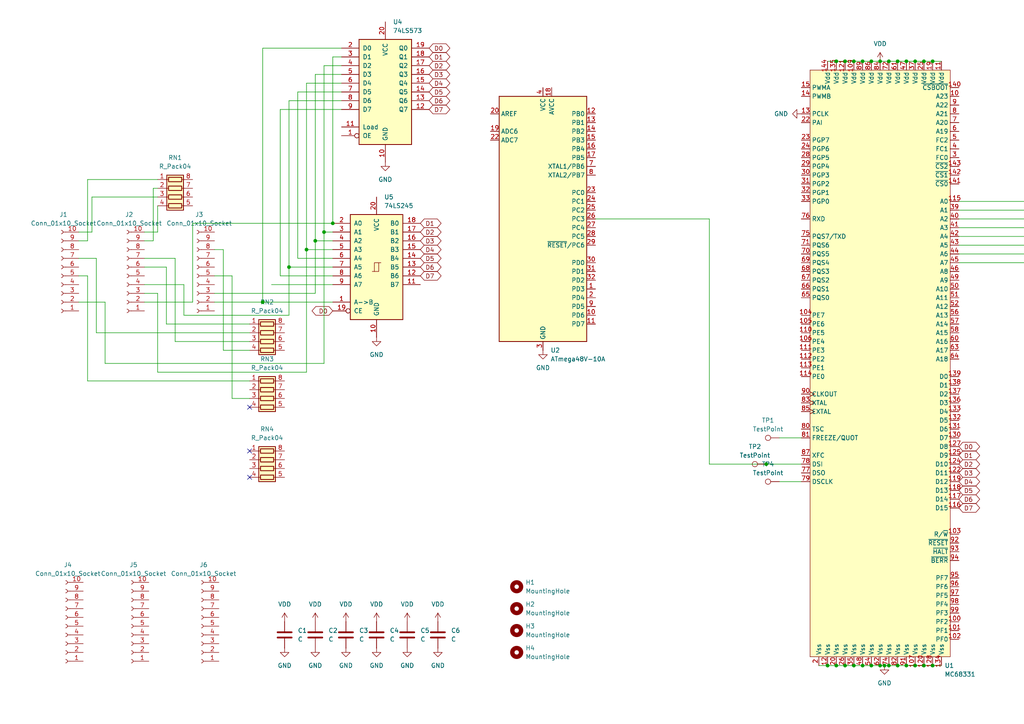
<source format=kicad_sch>
(kicad_sch (version 20231120) (generator "eeschema") (generator_version "8.0")
  (paper "A4")
  (lib_symbols
    (symbol "74xx:74LS245" (pin_names (offset 1.016))
      (property "Reference" "U" (at -7.62 16.51 0))
      (property "Value" "74LS245" (at -7.62 -16.51 0))
      (symbol "74LS245_1_0"
        (polyline (pts (xy -0.635 -1.27) (xy -0.635 1.27) (xy 0.635 1.27)))
        (polyline (pts (xy -1.27 -1.27) (xy 0.635 -1.27) (xy 0.635 1.27) (xy 1.27 1.27)))
        (pin input line (at -12.7 -10.16 0) (length 5.08) (name "A->B") (number "1"))
        (pin power_in line (at 0 -20.32 90) (length 5.08) (name "GND") (number "10"))
        (pin tri_state line (at 12.7 -5.08 180) (length 5.08) (name "B7") (number "11"))
        (pin tri_state line (at 12.7 -2.54 180) (length 5.08) (name "B6") (number "12"))
        (pin tri_state line (at 12.7 0 180) (length 5.08) (name "B5") (number "13"))
        (pin tri_state line (at 12.7 2.54 180) (length 5.08) (name "B4") (number "14"))
        (pin tri_state line (at 12.7 5.08 180) (length 5.08) (name "B3") (number "15"))
        (pin tri_state line (at 12.7 7.62 180) (length 5.08) (name "B2") (number "16"))
        (pin tri_state line (at 12.7 10.16 180) (length 5.08) (name "B1") (number "17"))
        (pin tri_state line (at 12.7 12.7 180) (length 5.08) (name "B0") (number "18"))
        (pin input inverted (at -12.7 -12.7 0) (length 5.08) (name "CE") (number "19"))
        (pin tri_state line (at -12.7 12.7 0) (length 5.08) (name "A0") (number "2"))
        (pin power_in line (at 0 20.32 270) (length 5.08) (name "VCC") (number "20"))
        (pin tri_state line (at -12.7 10.16 0) (length 5.08) (name "A1") (number "3"))
        (pin tri_state line (at -12.7 7.62 0) (length 5.08) (name "A2") (number "4"))
        (pin tri_state line (at -12.7 5.08 0) (length 5.08) (name "A3") (number "5"))
        (pin tri_state line (at -12.7 2.54 0) (length 5.08) (name "A4") (number "6"))
        (pin tri_state line (at -12.7 0 0) (length 5.08) (name "A5") (number "7"))
        (pin tri_state line (at -12.7 -2.54 0) (length 5.08) (name "A6") (number "8"))
        (pin tri_state line (at -12.7 -5.08 0) (length 5.08) (name "A7") (number "9"))
      )
      (symbol "74LS245_1_1"
        (rectangle (start -7.62 15.24) (end 7.62 -15.24) (stroke (width 0.254)) (fill (type background)))
      )
    )
    (symbol "74xx:74LS573" (pin_names (offset 1.016))
      (property "Reference" "U" (at -7.62 16.51 0))
      (property "Value" "74LS573" (at -7.62 -16.51 0))
      (symbol "74LS573_1_0"
        (pin input inverted (at -12.7 -12.7 0) (length 5.08) (name "OE") (number "1"))
        (pin power_in line (at 0 -20.32 90) (length 5.08) (name "GND") (number "10"))
        (pin input line (at -12.7 -10.16 0) (length 5.08) (name "Load") (number "11"))
        (pin tri_state line (at 12.7 -5.08 180) (length 5.08) (name "Q7") (number "12"))
        (pin tri_state line (at 12.7 -2.54 180) (length 5.08) (name "Q6") (number "13"))
        (pin tri_state line (at 12.7 0 180) (length 5.08) (name "Q5") (number "14"))
        (pin tri_state line (at 12.7 2.54 180) (length 5.08) (name "Q4") (number "15"))
        (pin tri_state line (at 12.7 5.08 180) (length 5.08) (name "Q3") (number "16"))
        (pin tri_state line (at 12.7 7.62 180) (length 5.08) (name "Q2") (number "17"))
        (pin tri_state line (at 12.7 10.16 180) (length 5.08) (name "Q1") (number "18"))
        (pin tri_state line (at 12.7 12.7 180) (length 5.08) (name "Q0") (number "19"))
        (pin input line (at -12.7 12.7 0) (length 5.08) (name "D0") (number "2"))
        (pin power_in line (at 0 20.32 270) (length 5.08) (name "VCC") (number "20"))
        (pin input line (at -12.7 10.16 0) (length 5.08) (name "D1") (number "3"))
        (pin input line (at -12.7 7.62 0) (length 5.08) (name "D2") (number "4"))
        (pin input line (at -12.7 5.08 0) (length 5.08) (name "D3") (number "5"))
        (pin input line (at -12.7 2.54 0) (length 5.08) (name "D4") (number "6"))
        (pin input line (at -12.7 0 0) (length 5.08) (name "D5") (number "7"))
        (pin input line (at -12.7 -2.54 0) (length 5.08) (name "D6") (number "8"))
        (pin input line (at -12.7 -5.08 0) (length 5.08) (name "D7") (number "9"))
      )
      (symbol "74LS573_1_1"
        (rectangle (start -7.62 15.24) (end 7.62 -15.24) (stroke (width 0.254)) (fill (type background)))
      )
    )
    (symbol "Connector:Conn_01x10_Socket" (pin_names (offset 1.016) hide)
      (property "Reference" "J" (at 0 12.7 0))
      (property "Value" "Conn_01x10_Socket" (at 0 -15.24 0))
      (symbol "Conn_01x10_Socket_1_1"
        (arc (start 0 -12.192) (mid -0.5058 -12.7) (end 0 -13.208) (stroke (width 0.1524)))
        (arc (start 0 -9.652) (mid -0.5058 -10.16) (end 0 -10.668) (stroke (width 0.1524)))
        (arc (start 0 -7.112) (mid -0.5058 -7.62) (end 0 -8.128) (stroke (width 0.1524)))
        (arc (start 0 -4.572) (mid -0.5058 -5.08) (end 0 -5.588) (stroke (width 0.1524)))
        (arc (start 0 -2.032) (mid -0.5058 -2.54) (end 0 -3.048) (stroke (width 0.1524)))
        (polyline (pts (xy -1.27 -12.7) (xy -0.508 -12.7)) (stroke (width 0.1524)))
        (polyline (pts (xy -1.27 -10.16) (xy -0.508 -10.16)) (stroke (width 0.1524)))
        (polyline (pts (xy -1.27 -7.62) (xy -0.508 -7.62)) (stroke (width 0.1524)))
        (polyline (pts (xy -1.27 -5.08) (xy -0.508 -5.08)) (stroke (width 0.1524)))
        (polyline (pts (xy -1.27 -2.54) (xy -0.508 -2.54)) (stroke (width 0.1524)))
        (polyline (pts (xy -1.27 0) (xy -0.508 0)) (stroke (width 0.1524)))
        (polyline (pts (xy -1.27 2.54) (xy -0.508 2.54)) (stroke (width 0.1524)))
        (polyline (pts (xy -1.27 5.08) (xy -0.508 5.08)) (stroke (width 0.1524)))
        (polyline (pts (xy -1.27 7.62) (xy -0.508 7.62)) (stroke (width 0.1524)))
        (polyline (pts (xy -1.27 10.16) (xy -0.508 10.16)) (stroke (width 0.1524)))
        (arc (start 0 0.508) (mid -0.5058 0) (end 0 -0.508) (stroke (width 0.1524)))
        (arc (start 0 3.048) (mid -0.5058 2.54) (end 0 2.032) (stroke (width 0.1524)))
        (arc (start 0 5.588) (mid -0.5058 5.08) (end 0 4.572) (stroke (width 0.1524)))
        (arc (start 0 8.128) (mid -0.5058 7.62) (end 0 7.112) (stroke (width 0.1524)))
        (arc (start 0 10.668) (mid -0.5058 10.16) (end 0 9.652) (stroke (width 0.1524)))
        (pin passive line (at -5.08 10.16 0) (length 3.81) (name "Pin_1") (number "1"))
        (pin passive line (at -5.08 -12.7 0) (length 3.81) (name "Pin_10") (number "10"))
        (pin passive line (at -5.08 7.62 0) (length 3.81) (name "Pin_2") (number "2"))
        (pin passive line (at -5.08 5.08 0) (length 3.81) (name "Pin_3") (number "3"))
        (pin passive line (at -5.08 2.54 0) (length 3.81) (name "Pin_4") (number "4"))
        (pin passive line (at -5.08 0 0) (length 3.81) (name "Pin_5") (number "5"))
        (pin passive line (at -5.08 -2.54 0) (length 3.81) (name "Pin_6") (number "6"))
        (pin passive line (at -5.08 -5.08 0) (length 3.81) (name "Pin_7") (number "7"))
        (pin passive line (at -5.08 -7.62 0) (length 3.81) (name "Pin_8") (number "8"))
        (pin passive line (at -5.08 -10.16 0) (length 3.81) (name "Pin_9") (number "9"))
      )
    )
    (symbol "Connector:TestPoint" (pin_numbers hide) (pin_names (offset 0.762) hide)
      (property "Reference" "TP" (at 0 6.858 0))
      (property "Value" "TestPoint" (at 0 5.08 0))
      (symbol "TestPoint_0_1"
        (circle (center 0 3.302) (radius 0.762))
      )
      (symbol "TestPoint_1_1"
        (pin passive line (at 0 0 90) (length 2.54) (name "1") (number "1"))
      )
    )
    (symbol "Device:C" (pin_numbers hide) (pin_names (offset 0.254))
      (property "Reference" "C" (at 0.635 2.54 0))
      (property "Value" "C" (at 0.635 -2.54 0))
      (symbol "C_0_1"
        (polyline (pts (xy -2.032 -0.762) (xy 2.032 -0.762)) (stroke (width 0.508)))
        (polyline (pts (xy -2.032 0.762) (xy 2.032 0.762)) (stroke (width 0.508)))
      )
      (symbol "C_1_1"
        (pin passive line (at 0 3.81 270) (length 2.794) (name "~") (number "1"))
        (pin passive line (at 0 -3.81 90) (length 2.794) (name "~") (number "2"))
      )
    )
    (symbol "Device:R_Pack04" (pin_names (offset 0) hide)
      (property "Reference" "RN" (at -7.62 0 90))
      (property "Value" "R_Pack04" (at 5.08 0 90))
      (symbol "R_Pack04_0_1"
        (rectangle (start -6.35 -2.413) (end 3.81 2.413) (stroke (width 0.254)) (fill (type background)))
        (rectangle (start -5.715 1.905) (end -4.445 -1.905) (stroke (width 0.254)))
        (rectangle (start -3.175 1.905) (end -1.905 -1.905) (stroke (width 0.254)))
        (rectangle (start -0.635 1.905) (end 0.635 -1.905) (stroke (width 0.254)))
        (polyline (pts (xy -5.08 -2.54) (xy -5.08 -1.905)))
        (polyline (pts (xy -5.08 1.905) (xy -5.08 2.54)))
        (polyline (pts (xy -2.54 -2.54) (xy -2.54 -1.905)))
        (polyline (pts (xy -2.54 1.905) (xy -2.54 2.54)))
        (polyline (pts (xy 0 -2.54) (xy 0 -1.905)))
        (polyline (pts (xy 0 1.905) (xy 0 2.54)))
        (polyline (pts (xy 2.54 -2.54) (xy 2.54 -1.905)))
        (polyline (pts (xy 2.54 1.905) (xy 2.54 2.54)))
        (rectangle (start 1.905 1.905) (end 3.175 -1.905) (stroke (width 0.254)))
      )
      (symbol "R_Pack04_1_1"
        (pin passive line (at -5.08 -5.08 90) (length 2.54) (name "R1.1") (number "1"))
        (pin passive line (at -2.54 -5.08 90) (length 2.54) (name "R2.1") (number "2"))
        (pin passive line (at 0 -5.08 90) (length 2.54) (name "R3.1") (number "3"))
        (pin passive line (at 2.54 -5.08 90) (length 2.54) (name "R4.1") (number "4"))
        (pin passive line (at 2.54 5.08 270) (length 2.54) (name "R4.2") (number "5"))
        (pin passive line (at 0 5.08 270) (length 2.54) (name "R3.2") (number "6"))
        (pin passive line (at -2.54 5.08 270) (length 2.54) (name "R2.2") (number "7"))
        (pin passive line (at -5.08 5.08 270) (length 2.54) (name "R1.2") (number "8"))
      )
    )
    (symbol "MCU_Microchip_ATmega:ATmega48V-10A"
      (property "Reference" "U" (at -12.7 36.83 0))
      (property "Value" "ATmega48V-10A" (at 2.54 -36.83 0))
      (symbol "ATmega48V-10A_0_1"
        (rectangle (start -12.7 -35.56) (end 12.7 35.56) (stroke (width 0.254)) (fill (type background)))
      )
      (symbol "ATmega48V-10A_1_1"
        (pin bidirectional line (at 15.24 -20.32 180) (length 2.54) (name "PD3") (number "1"))
        (pin bidirectional line (at 15.24 -27.94 180) (length 2.54) (name "PD6") (number "10"))
        (pin bidirectional line (at 15.24 -30.48 180) (length 2.54) (name "PD7") (number "11"))
        (pin bidirectional line (at 15.24 30.48 180) (length 2.54) (name "PB0") (number "12"))
        (pin bidirectional line (at 15.24 27.94 180) (length 2.54) (name "PB1") (number "13"))
        (pin bidirectional line (at 15.24 25.4 180) (length 2.54) (name "PB2") (number "14"))
        (pin bidirectional line (at 15.24 22.86 180) (length 2.54) (name "PB3") (number "15"))
        (pin bidirectional line (at 15.24 20.32 180) (length 2.54) (name "PB4") (number "16"))
        (pin bidirectional line (at 15.24 17.78 180) (length 2.54) (name "PB5") (number "17"))
        (pin power_in line (at 2.54 38.1 270) (length 2.54) (name "AVCC") (number "18"))
        (pin input line (at -15.24 25.4 0) (length 2.54) (name "ADC6") (number "19"))
        (pin bidirectional line (at 15.24 -22.86 180) (length 2.54) (name "PD4") (number "2"))
        (pin passive line (at -15.24 30.48 0) (length 2.54) (name "AREF") (number "20"))
        (pin passive line (at 0 -38.1 90) (length 2.54) hide (name "GND") (number "21"))
        (pin input line (at -15.24 22.86 0) (length 2.54) (name "ADC7") (number "22"))
        (pin bidirectional line (at 15.24 7.62 180) (length 2.54) (name "PC0") (number "23"))
        (pin bidirectional line (at 15.24 5.08 180) (length 2.54) (name "PC1") (number "24"))
        (pin bidirectional line (at 15.24 2.54 180) (length 2.54) (name "PC2") (number "25"))
        (pin bidirectional line (at 15.24 0 180) (length 2.54) (name "PC3") (number "26"))
        (pin bidirectional line (at 15.24 -2.54 180) (length 2.54) (name "PC4") (number "27"))
        (pin bidirectional line (at 15.24 -5.08 180) (length 2.54) (name "PC5") (number "28"))
        (pin bidirectional line (at 15.24 -7.62 180) (length 2.54) (name "~{RESET}/PC6") (number "29"))
        (pin power_in line (at 0 -38.1 90) (length 2.54) (name "GND") (number "3"))
        (pin bidirectional line (at 15.24 -12.7 180) (length 2.54) (name "PD0") (number "30"))
        (pin bidirectional line (at 15.24 -15.24 180) (length 2.54) (name "PD1") (number "31"))
        (pin bidirectional line (at 15.24 -17.78 180) (length 2.54) (name "PD2") (number "32"))
        (pin power_in line (at 0 38.1 270) (length 2.54) (name "VCC") (number "4"))
        (pin passive line (at 0 -38.1 90) (length 2.54) hide (name "GND") (number "5"))
        (pin passive line (at 0 38.1 270) (length 2.54) hide (name "VCC") (number "6"))
        (pin bidirectional line (at 15.24 15.24 180) (length 2.54) (name "XTAL1/PB6") (number "7"))
        (pin bidirectional line (at 15.24 12.7 180) (length 2.54) (name "XTAL2/PB7") (number "8"))
        (pin bidirectional line (at 15.24 -25.4 180) (length 2.54) (name "PD5") (number "9"))
      )
    )
    (symbol "Mechanical:MountingHole" (pin_names (offset 1.016)) (exclude_from_sim yes) (in_bom no)
      (property "Reference" "H" (at 0 5.08 0))
      (property "Value" "MountingHole" (at 0 3.175 0))
      (symbol "MountingHole_0_1"
        (circle (center 0 0) (radius 1.27) (stroke (width 1.27)))
      )
    )
    (symbol "NXP:CY62157"
      (property "Reference" "U" (at -10.16 31.75 0))
      (property "Value" "CY62157" (at 12.7 31.75 0))
      (symbol "CY62157_0_1"
        (rectangle (start -12.7 30.48) (end 12.7 -30.48) (stroke (width 0.254)) (fill (type background)))
      )
      (symbol "CY62157_1_1"
        (pin input line (at -15.24 17.78 0) (length 2.54) (name "A4") (number "1"))
        (pin bidirectional line (at 15.24 20.32 180) (length 2.54) (name "I/O3") (number "10"))
        (pin power_in line (at 0 33.02 270) (length 2.54) (name "VDD") (number "11"))
        (pin power_in line (at 0 -33.02 90) (length 2.54) (name "GND") (number "12"))
        (pin bidirectional line (at 15.24 17.78 180) (length 2.54) (name "I/O4") (number "13"))
        (pin bidirectional line (at 15.24 15.24 180) (length 2.54) (name "I/O5") (number "14"))
        (pin bidirectional line (at 15.24 12.7 180) (length 2.54) (name "I/O6") (number "15"))
        (pin bidirectional line (at 15.24 10.16 180) (length 2.54) (name "I/O7") (number "16"))
        (pin input line (at -15.24 -27.94 0) (length 2.54) (name "~{WE}") (number "17"))
        (pin input line (at -15.24 -17.78 0) (length 2.54) (name "A18") (number "18"))
        (pin input line (at -15.24 -15.24 0) (length 2.54) (name "A17") (number "19"))
        (pin input line (at -15.24 20.32 0) (length 2.54) (name "A3") (number "2"))
        (pin input line (at -15.24 -12.7 0) (length 2.54) (name "A16") (number "20"))
        (pin input line (at -15.24 -10.16 0) (length 2.54) (name "A15") (number "21"))
        (pin input line (at -15.24 -7.62 0) (length 2.54) (name "A14") (number "22"))
        (pin input line (at -15.24 -5.08 0) (length 2.54) (name "A13") (number "23"))
        (pin input line (at -15.24 -2.54 0) (length 2.54) (name "A12") (number "24"))
        (pin input line (at -15.24 0 0) (length 2.54) (name "A11") (number "25"))
        (pin input line (at -15.24 2.54 0) (length 2.54) (name "A10") (number "26"))
        (pin input line (at -15.24 5.08 0) (length 2.54) (name "A9") (number "27"))
        (pin input line (at -15.24 7.62 0) (length 2.54) (name "A8") (number "28"))
        (pin bidirectional line (at 15.24 7.62 180) (length 2.54) (name "I/O8") (number "29"))
        (pin input line (at -15.24 22.86 0) (length 2.54) (name "A2") (number "3"))
        (pin bidirectional line (at 15.24 5.08 180) (length 2.54) (name "I/O9") (number "30"))
        (pin bidirectional line (at 15.24 2.54 180) (length 2.54) (name "I/O10") (number "31"))
        (pin bidirectional line (at 15.24 0 180) (length 2.54) (name "I/O11") (number "32"))
        (pin passive line (at 0 33.02 270) (length 2.54) hide (name "VDD") (number "33"))
        (pin passive line (at 0 -33.02 90) (length 2.54) hide (name "GND") (number "34"))
        (pin bidirectional line (at 15.24 -2.54 180) (length 2.54) (name "I/O12") (number "35"))
        (pin bidirectional line (at 15.24 -5.08 180) (length 2.54) (name "I/O13") (number "36"))
        (pin bidirectional line (at 15.24 -7.62 180) (length 2.54) (name "I/O14") (number "37"))
        (pin bidirectional line (at 15.24 -10.16 180) (length 2.54) (name "I/O15") (number "38"))
        (pin unspecified line (at 15.24 -25.4 180) (length 2.54) (name "~{BLE}") (number "39"))
        (pin input line (at -15.24 25.4 0) (length 2.54) (name "A1") (number "4"))
        (pin unspecified line (at 15.24 -22.86 180) (length 2.54) (name "~{BHE}") (number "40"))
        (pin input line (at -15.24 -25.4 0) (length 2.54) (name "~{OE}") (number "41"))
        (pin input line (at -15.24 10.16 0) (length 2.54) (name "A7") (number "42"))
        (pin input line (at -15.24 12.7 0) (length 2.54) (name "A6") (number "43"))
        (pin input line (at -15.24 15.24 0) (length 2.54) (name "A5") (number "44"))
        (pin input line (at -15.24 27.94 0) (length 2.54) (name "A0") (number "5"))
        (pin input line (at -15.24 -22.86 0) (length 2.54) (name "~{CE}") (number "6"))
        (pin bidirectional line (at 15.24 27.94 180) (length 2.54) (name "I/O0") (number "7"))
        (pin bidirectional line (at 15.24 25.4 180) (length 2.54) (name "I/O1") (number "8"))
        (pin bidirectional line (at 15.24 22.86 180) (length 2.54) (name "I/O2") (number "9"))
      )
    )
    (symbol "NXP:MC68331"
      (property "Reference" "U" (at 0 5.842 0))
      (property "Value" "MC68331" (at -0.254 3.81 0))
      (symbol "MC68331_0_0"
        (pin output line (at 22.86 -5.08 180) (length 2.54) (name "A23") (number "10"))
        (pin unspecified line (at 22.86 -157.48 180) (length 2.54) (name "PF2") (number "100"))
        (pin unspecified line (at 22.86 -160.02 180) (length 2.54) (name "PF1") (number "101"))
        (pin unspecified line (at 22.86 -162.56 180) (length 2.54) (name "PF0") (number "102"))
        (pin unspecified line (at 22.86 -132.08 180) (length 2.54) (name "R/~{W}") (number "103"))
        (pin unspecified line (at -22.86 -68.58 0) (length 2.54) (name "PE7") (number "104"))
        (pin unspecified line (at -22.86 -71.12 0) (length 2.54) (name "PE6") (number "105"))
        (pin unspecified line (at -22.86 -76.2 0) (length 2.54) (name "PE4") (number "106"))
        (pin power_in line (at 10.16 -170.18 90) (length 2.54) (name "Vss") (number "107"))
        (pin power_in line (at -7.62 5.08 270) (length 2.54) (name "Vdd") (number "109"))
        (pin power_in line (at 17.78 5.08 270) (length 2.54) (name "Vdd") (number "11"))
        (pin unspecified line (at -22.86 -73.66 0) (length 2.54) (name "PE5") (number "110"))
        (pin unspecified line (at -22.86 -78.74 0) (length 2.54) (name "PE3") (number "111"))
        (pin unspecified line (at -22.86 -81.28 0) (length 2.54) (name "PE2") (number "112"))
        (pin unspecified line (at -22.86 -83.82 0) (length 2.54) (name "PE1") (number "113"))
        (pin unspecified line (at -22.86 -86.36 0) (length 2.54) (name "PE0") (number "114"))
        (pin output line (at 22.86 -35.56 180) (length 2.54) (name "A0") (number "115"))
        (pin bidirectional line (at 22.86 -124.46 180) (length 2.54) (name "D15") (number "116"))
        (pin bidirectional line (at 22.86 -121.92 180) (length 2.54) (name "D14") (number "117"))
        (pin bidirectional line (at 22.86 -119.38 180) (length 2.54) (name "D13") (number "118"))
        (pin bidirectional line (at 22.86 -116.84 180) (length 2.54) (name "D12") (number "119"))
        (pin power_in line (at -15.24 -170.18 90) (length 2.54) (name "Vss") (number "12"))
        (pin power_in line (at -10.16 5.08 270) (length 2.54) (name "Vdd") (number "121"))
        (pin bidirectional line (at 22.86 -114.3 180) (length 2.54) (name "D11") (number "122"))
        (pin bidirectional line (at 22.86 -111.76 180) (length 2.54) (name "D10") (number "124"))
        (pin bidirectional line (at 22.86 -109.22 180) (length 2.54) (name "D9") (number "125"))
        (pin bidirectional line (at 22.86 -106.68 180) (length 2.54) (name "D8") (number "127"))
        (pin power_in line (at 15.24 -170.18 90) (length 2.54) (name "Vss") (number "128"))
        (pin unspecified line (at -22.86 -10.16 0) (length 2.54) (name "PCLK") (number "13"))
        (pin bidirectional line (at 22.86 -104.14 180) (length 2.54) (name "D7") (number "130"))
        (pin bidirectional line (at 22.86 -101.6 180) (length 2.54) (name "D6") (number "131"))
        (pin bidirectional line (at 22.86 -99.06 180) (length 2.54) (name "D5") (number "132"))
        (pin bidirectional line (at 22.86 -96.52 180) (length 2.54) (name "D4") (number "133"))
        (pin power_in line (at 17.78 -170.18 90) (length 2.54) (name "Vss") (number "134"))
        (pin power_in line (at -12.7 5.08 270) (length 2.54) (name "Vdd") (number "135"))
        (pin bidirectional line (at 22.86 -93.98 180) (length 2.54) (name "D3") (number "136"))
        (pin bidirectional line (at 22.86 -91.44 180) (length 2.54) (name "D2") (number "137"))
        (pin bidirectional line (at 22.86 -88.9 180) (length 2.54) (name "D1") (number "138"))
        (pin bidirectional line (at 22.86 -86.36 180) (length 2.54) (name "D0") (number "139"))
        (pin unspecified line (at -22.86 -5.08 0) (length 2.54) (name "PWMB") (number "14"))
        (pin unspecified line (at 22.86 -2.54 180) (length 2.54) (name "~{CSBOOT}") (number "140"))
        (pin unspecified line (at 22.86 -30.48 180) (length 2.54) (name "~{CS0}") (number "141"))
        (pin unspecified line (at 22.86 -27.94 180) (length 2.54) (name "~{CS1}") (number "142"))
        (pin unspecified line (at 22.86 -25.4 180) (length 2.54) (name "~{CS2}") (number "143"))
        (pin power_in line (at -15.24 5.08 270) (length 2.54) (name "Vdd") (number "144"))
        (pin unspecified line (at -22.86 -2.54 0) (length 2.54) (name "PWMA") (number "15"))
        (pin power_in line (at 15.24 5.08 270) (length 2.54) (name "Vdd") (number "19"))
        (pin power_in line (at -17.78 -170.18 90) (length 2.54) (name "Vss") (number "2"))
        (pin power_in line (at -12.7 -170.18 90) (length 2.54) (name "Vss") (number "20"))
        (pin unspecified line (at -22.86 -12.7 0) (length 2.54) (name "PAI") (number "22"))
        (pin unspecified line (at -22.86 -17.78 0) (length 2.54) (name "PGP7") (number "23"))
        (pin unspecified line (at -22.86 -20.32 0) (length 2.54) (name "PGP6") (number "24"))
        (pin power_in line (at 12.7 5.08 270) (length 2.54) (name "Vdd") (number "25"))
        (pin power_in line (at -10.16 -170.18 90) (length 2.54) (name "Vss") (number "26"))
        (pin unspecified line (at -22.86 -22.86 0) (length 2.54) (name "PGP5") (number "28"))
        (pin unspecified line (at -22.86 -25.4 0) (length 2.54) (name "PGP4") (number "29"))
        (pin unspecified line (at 22.86 -22.86 180) (length 2.54) (name "FC0") (number "3"))
        (pin unspecified line (at -22.86 -27.94 0) (length 2.54) (name "PGP3") (number "30"))
        (pin unspecified line (at -22.86 -30.48 0) (length 2.54) (name "PGP2") (number "31"))
        (pin unspecified line (at -22.86 -33.02 0) (length 2.54) (name "PGP1") (number "32"))
        (pin unspecified line (at -22.86 -35.56 0) (length 2.54) (name "PGP0") (number "33"))
        (pin power_in line (at -7.62 -170.18 90) (length 2.54) (name "Vss") (number "35"))
        (pin power_in line (at 10.16 5.08 270) (length 2.54) (name "Vdd") (number "37"))
        (pin output line (at 22.86 -38.1 180) (length 2.54) (name "A1") (number "39"))
        (pin unspecified line (at 22.86 -20.32 180) (length 2.54) (name "FC1") (number "4"))
        (pin output line (at 22.86 -40.64 180) (length 2.54) (name "A2") (number "40"))
        (pin output line (at 22.86 -43.18 180) (length 2.54) (name "A3") (number "41"))
        (pin output line (at 22.86 -45.72 180) (length 2.54) (name "A4") (number "42"))
        (pin output line (at 22.86 -48.26 180) (length 2.54) (name "A5") (number "43"))
        (pin output line (at 22.86 -50.8 180) (length 2.54) (name "A6") (number "44"))
        (pin output line (at 22.86 -53.34 180) (length 2.54) (name "A7") (number "45"))
        (pin output line (at 22.86 -55.88 180) (length 2.54) (name "A8") (number "46"))
        (pin power_in line (at 7.62 5.08 270) (length 2.54) (name "Vdd") (number "47"))
        (pin power_in line (at -5.08 -170.18 90) (length 2.54) (name "Vss") (number "48"))
        (pin output line (at 22.86 -58.42 180) (length 2.54) (name "A9") (number "49"))
        (pin unspecified line (at 22.86 -17.78 180) (length 2.54) (name "FC2") (number "5"))
        (pin output line (at 22.86 -60.96 180) (length 2.54) (name "A10") (number "50"))
        (pin output line (at 22.86 -63.5 180) (length 2.54) (name "A11") (number "51"))
        (pin output line (at 22.86 -66.04 180) (length 2.54) (name "A12") (number "52"))
        (pin power_in line (at -2.54 -170.18 90) (length 2.54) (name "Vss") (number "54"))
        (pin output line (at 22.86 -68.58 180) (length 2.54) (name "A13") (number "56"))
        (pin output line (at 22.86 -71.12 180) (length 2.54) (name "A14") (number "57"))
        (pin output line (at 22.86 -73.66 180) (length 2.54) (name "A15") (number "58"))
        (pin output line (at 22.86 -15.24 180) (length 2.54) (name "A19") (number "6"))
        (pin output line (at 22.86 -76.2 180) (length 2.54) (name "A16") (number "60"))
        (pin power_in line (at 5.08 5.08 270) (length 2.54) (name "Vdd") (number "61"))
        (pin power_in line (at 0 -170.18 90) (length 2.54) (name "Vss") (number "62"))
        (pin output line (at 22.86 -78.74 180) (length 2.54) (name "A17") (number "63"))
        (pin output line (at 22.86 -81.28 180) (length 2.54) (name "A18") (number "64"))
        (pin unspecified line (at -22.86 -63.5 0) (length 2.54) (name "PQS0") (number "65"))
        (pin unspecified line (at -22.86 -60.96 0) (length 2.54) (name "PQS1") (number "66"))
        (pin unspecified line (at -22.86 -58.42 0) (length 2.54) (name "PQS2") (number "67"))
        (pin unspecified line (at -22.86 -55.88 0) (length 2.54) (name "PQS3") (number "68"))
        (pin unspecified line (at -22.86 -53.34 0) (length 2.54) (name "PQS4") (number "69"))
        (pin output line (at 22.86 -12.7 180) (length 2.54) (name "A20") (number "7"))
        (pin unspecified line (at -22.86 -50.8 0) (length 2.54) (name "PQS5") (number "70"))
        (pin unspecified line (at -22.86 -48.26 0) (length 2.54) (name "PQS6") (number "71"))
        (pin power_in line (at 2.54 5.08 270) (length 2.54) (name "Vdd") (number "72"))
        (pin power_in line (at 2.54 -170.18 90) (length 2.54) (name "Vss") (number "74"))
        (pin unspecified line (at -22.86 -45.72 0) (length 2.54) (name "PQS7/TXD") (number "75"))
        (pin unspecified line (at -22.86 -40.64 0) (length 2.54) (name "RXD") (number "76"))
        (pin unspecified line (at -22.86 -114.3 0) (length 2.54) (name "DSO") (number "77"))
        (pin unspecified line (at -22.86 -111.76 0) (length 2.54) (name "DSI") (number "78"))
        (pin unspecified line (at -22.86 -116.84 0) (length 2.54) (name "DSCLK") (number "79"))
        (pin output line (at 22.86 -10.16 180) (length 2.54) (name "A21") (number "8"))
        (pin unspecified line (at -22.86 -101.6 0) (length 2.54) (name "TSC") (number "80"))
        (pin unspecified line (at -22.86 -104.14 0) (length 2.54) (name "FREEZE/QUOT") (number "81"))
        (pin power_in line (at 0 5.08 270) (length 2.54) (name "Vdd") (number "84"))
        (pin power_in line (at -2.54 5.08 270) (length 2.54) (name "Vdd") (number "86"))
        (pin unspecified line (at -22.86 -109.22 0) (length 2.54) (name "XFC") (number "87"))
        (pin power_in line (at -5.08 5.08 270) (length 2.54) (name "Vdd") (number "89"))
        (pin output line (at 22.86 -7.62 180) (length 2.54) (name "A22") (number "9"))
        (pin output clock (at -22.86 -91.44 0) (length 2.54) (name "CLKOUT") (number "90"))
        (pin power_in line (at 7.62 -170.18 90) (length 2.54) (name "Vss") (number "91"))
        (pin input line (at 22.86 -134.62 180) (length 2.54) (name "~{RESET}") (number "92"))
        (pin unspecified line (at 22.86 -137.16 180) (length 2.54) (name "~{HALT}") (number "93"))
        (pin unspecified line (at 22.86 -139.7 180) (length 2.54) (name "~{BERR}") (number "94"))
        (pin unspecified line (at 22.86 -144.78 180) (length 2.54) (name "PF7") (number "95"))
        (pin unspecified line (at 22.86 -147.32 180) (length 2.54) (name "PF6") (number "96"))
        (pin unspecified line (at 22.86 -149.86 180) (length 2.54) (name "PF5") (number "97"))
        (pin unspecified line (at 22.86 -152.4 180) (length 2.54) (name "PF4") (number "98"))
        (pin unspecified line (at 22.86 -154.94 180) (length 2.54) (name "PF3") (number "99"))
      )
      (symbol "MC68331_1_0"
        (pin no_connect line (at -22.86 -119.38 0) (length 2.54) hide (name "NC") (number "1"))
        (pin no_connect line (at -22.86 -154.94 0) (length 2.54) hide (name "NC") (number "108"))
        (pin power_in line (at 12.7 -170.18 90) (length 2.54) (name "Vss") (number "120"))
        (pin no_connect line (at -22.86 -157.48 0) (length 2.54) hide (name "NC") (number "123"))
        (pin no_connect line (at -22.86 -160.02 0) (length 2.54) hide (name "NC") (number "126"))
        (pin no_connect line (at -22.86 -162.56 0) (length 2.54) hide (name "NC") (number "129"))
        (pin no_connect line (at -22.86 -121.92 0) (length 2.54) hide (name "NC") (number "16"))
        (pin no_connect line (at -22.86 -124.46 0) (length 2.54) hide (name "NC") (number "17"))
        (pin no_connect line (at -22.86 -127 0) (length 2.54) hide (name "NC") (number "18"))
        (pin no_connect line (at -22.86 -129.54 0) (length 2.54) hide (name "NC") (number "21"))
        (pin no_connect line (at -22.86 -132.08 0) (length 2.54) hide (name "NC") (number "27"))
        (pin no_connect line (at -22.86 -134.62 0) (length 2.54) hide (name "NC") (number "34"))
        (pin no_connect line (at -22.86 -137.16 0) (length 2.54) hide (name "NC") (number "36"))
        (pin no_connect line (at -22.86 -139.7 0) (length 2.54) hide (name "NC") (number "38"))
        (pin no_connect line (at -22.86 -142.24 0) (length 2.54) hide (name "NC") (number "53"))
        (pin no_connect line (at -22.86 -144.78 0) (length 2.54) hide (name "NC") (number "55"))
        (pin no_connect line (at -22.86 -147.32 0) (length 2.54) hide (name "NC") (number "59"))
        (pin no_connect line (at -22.86 -149.86 0) (length 2.54) hide (name "NC") (number "73"))
        (pin power_in line (at 5.08 -170.18 90) (length 2.54) (name "Vss") (number "82"))
        (pin unspecified clock (at -22.86 -93.98 0) (length 2.54) (name "XTAL") (number "83"))
        (pin unspecified clock (at -22.86 -96.52 0) (length 2.54) (name "EXTAL") (number "85"))
        (pin no_connect line (at -22.86 -152.4 0) (length 2.54) hide (name "NC") (number "88"))
      )
      (symbol "MC68331_1_1"
        (rectangle (start -20.32 2.54) (end 20.32 -167.64) (fill (type background)))
      )
    )
    (symbol "power:GND" (power) (pin_numbers hide) (pin_names (offset 0) hide)
      (property "Value" "GND" (at 0 -3.81 0))
      (symbol "GND_0_1"
        (polyline (pts (xy 0 0) (xy 0 -1.27) (xy 1.27 -1.27) (xy 0 -2.54) (xy -1.27 -1.27) (xy 0 -1.27)))
      )
      (symbol "GND_1_1"
        (pin power_in line (at 0 0 270) (length 0) (name "~") (number "1"))
      )
    )
    (symbol "power:VDD" (power) (pin_numbers hide) (pin_names (offset 0) hide)
      (property "Value" "VDD" (at 0 3.556 0))
      (symbol "VDD_0_1"
        (polyline (pts (xy -0.762 1.27) (xy 0 2.54)))
        (polyline (pts (xy 0 0) (xy 0 2.54)))
        (polyline (pts (xy 0 2.54) (xy 0.762 1.27)))
      )
      (symbol "VDD_1_1"
        (pin power_in line (at 0 0 90) (length 0) (name "~") (number "1"))
      )
    )
  )
  (junction (at 245.11 193.04))
  (junction (at 265.43 17.78))
  (junction (at 260.35 17.78))
  (junction (at 252.73 17.78))
  (junction (at 250.19 17.78))
  (junction (at 222.25 134.62))
  (junction (at 247.65 17.78))
  (junction (at 91.44 69.85))
  (junction (at 93.98 67.31))
  (junction (at 257.81 17.78))
  (junction (at 88.9 72.39))
  (junction (at 270.51 193.04))
  (junction (at 242.57 193.04))
  (junction (at 83.82 77.47))
  (junction (at 240.03 193.04))
  (junction (at 252.73 193.04))
  (junction (at 245.11 17.78))
  (junction (at 270.51 17.78))
  (junction (at 255.27 193.04))
  (junction (at 262.89 193.04))
  (junction (at 265.43 193.04))
  (junction (at 260.35 193.04))
  (junction (at 76.2 87.63))
  (junction (at 256.54 193.04))
  (junction (at 267.97 17.78))
  (junction (at 267.97 193.04))
  (junction (at 247.65 193.04))
  (junction (at 242.57 17.78))
  (junction (at 262.89 17.78))
  (junction (at 96.52 64.77))
  (junction (at 255.27 17.78))
  (junction (at 250.19 193.04))
  (junction (at 257.81 193.04))
  (no_connect (at 72.39 118.11))
  (no_connect (at 72.39 130.81))
  (no_connect (at 72.39 138.43))
  (wire (pts (xy 262.89 193.04) (xy 265.43 193.04)))
  (wire (pts (xy 226.06 127) (xy 232.41 127)))
  (wire (pts (xy 91.44 85.09) (xy 62.23 85.09)))
  (wire (pts (xy 22.86 80.01) (xy 25.4 80.01)))
  (wire (pts (xy 76.2 87.63) (xy 96.52 87.63)))
  (wire (pts (xy 96.52 69.85) (xy 91.44 69.85)))
  (wire (pts (xy 247.65 193.04) (xy 250.19 193.04)))
  (wire (pts (xy 172.72 63.5) (xy 205.74 63.5)))
  (wire (pts (xy 96.52 64.77) (xy 55.88 64.77)))
  (wire (pts (xy 93.98 105.41) (xy 93.98 67.31)))
  (wire (pts (xy 26.67 57.15) (xy 26.67 67.31)))
  (wire (pts (xy 250.19 17.78) (xy 252.73 17.78)))
  (wire (pts (xy 257.81 193.04) (xy 260.35 193.04)))
  (wire (pts (xy 86.36 74.93) (xy 96.52 74.93)))
  (wire (pts (xy 22.86 67.31) (xy 26.67 67.31)))
  (wire (pts (xy 278.13 66.04) (xy 300.99 66.04)))
  (wire (pts (xy 83.82 77.47) (xy 96.52 77.47)))
  (wire (pts (xy 260.35 17.78) (xy 262.89 17.78)))
  (wire (pts (xy 265.43 193.04) (xy 267.97 193.04)))
  (wire (pts (xy 88.9 107.95) (xy 88.9 72.39)))
  (wire (pts (xy 242.57 17.78) (xy 245.11 17.78)))
  (wire (pts (xy 93.98 19.05) (xy 93.98 67.31)))
  (wire (pts (xy 222.25 134.62) (xy 205.74 134.62)))
  (wire (pts (xy 99.06 26.67) (xy 86.36 26.67)))
  (wire (pts (xy 50.8 99.06) (xy 72.39 99.06)))
  (wire (pts (xy 45.72 52.07) (xy 25.4 52.07)))
  (wire (pts (xy 267.97 17.78) (xy 270.51 17.78)))
  (wire (pts (xy 83.82 29.21) (xy 99.06 29.21)))
  (wire (pts (xy 88.9 24.13) (xy 88.9 72.39)))
  (wire (pts (xy 41.91 77.47) (xy 48.26 77.47)))
  (wire (pts (xy 50.8 74.93) (xy 50.8 99.06)))
  (wire (pts (xy 252.73 193.04) (xy 255.27 193.04)))
  (wire (pts (xy 41.91 74.93) (xy 50.8 74.93)))
  (wire (pts (xy 48.26 93.98) (xy 72.39 93.98)))
  (wire (pts (xy 278.13 58.42) (xy 300.99 58.42)))
  (wire (pts (xy 45.72 107.95) (xy 88.9 107.95)))
  (wire (pts (xy 25.4 80.01) (xy 25.4 110.49)))
  (wire (pts (xy 25.4 52.07) (xy 25.4 69.85)))
  (wire (pts (xy 260.35 193.04) (xy 262.89 193.04)))
  (wire (pts (xy 99.06 31.75) (xy 81.28 31.75)))
  (wire (pts (xy 255.27 193.04) (xy 256.54 193.04)))
  (wire (pts (xy 81.28 80.01) (xy 96.52 80.01)))
  (wire (pts (xy 25.4 69.85) (xy 22.86 69.85)))
  (wire (pts (xy 72.39 115.57) (xy 67.31 115.57)))
  (wire (pts (xy 41.91 67.31) (xy 45.72 67.31)))
  (wire (pts (xy 44.45 54.61) (xy 45.72 54.61)))
  (wire (pts (xy 247.65 17.78) (xy 250.19 17.78)))
  (wire (pts (xy 30.48 87.63) (xy 30.48 105.41)))
  (wire (pts (xy 245.11 17.78) (xy 247.65 17.78)))
  (wire (pts (xy 83.82 77.47) (xy 83.82 29.21)))
  (wire (pts (xy 44.45 54.61) (xy 44.45 69.85)))
  (wire (pts (xy 83.82 91.44) (xy 83.82 77.47)))
  (wire (pts (xy 86.36 26.67) (xy 86.36 74.93)))
  (wire (pts (xy 96.52 16.51) (xy 96.52 64.77)))
  (wire (pts (xy 252.73 17.78) (xy 255.27 17.78)))
  (wire (pts (xy 41.91 85.09) (xy 45.72 85.09)))
  (wire (pts (xy 62.23 87.63) (xy 76.2 87.63)))
  (wire (pts (xy 45.72 85.09) (xy 45.72 107.95)))
  (wire (pts (xy 240.03 193.04) (xy 242.57 193.04)))
  (wire (pts (xy 30.48 105.41) (xy 93.98 105.41)))
  (wire (pts (xy 27.94 74.93) (xy 27.94 96.52)))
  (wire (pts (xy 53.34 82.55) (xy 53.34 91.44)))
  (wire (pts (xy 99.06 24.13) (xy 88.9 24.13)))
  (wire (pts (xy 67.31 80.01) (xy 62.23 80.01)))
  (wire (pts (xy 226.06 139.7) (xy 232.41 139.7)))
  (wire (pts (xy 222.25 134.62) (xy 232.41 134.62)))
  (wire (pts (xy 62.23 72.39) (xy 64.77 72.39)))
  (wire (pts (xy 41.91 82.55) (xy 53.34 82.55)))
  (wire (pts (xy 78.74 82.55) (xy 96.52 82.55)))
  (wire (pts (xy 278.13 76.2) (xy 300.99 76.2)))
  (wire (pts (xy 91.44 69.85) (xy 91.44 85.09)))
  (wire (pts (xy 278.13 73.66) (xy 300.99 73.66)))
  (wire (pts (xy 22.86 74.93) (xy 27.94 74.93)))
  (wire (pts (xy 278.13 63.5) (xy 300.99 63.5)))
  (wire (pts (xy 22.86 87.63) (xy 30.48 87.63)))
  (wire (pts (xy 242.57 193.04) (xy 245.11 193.04)))
  (wire (pts (xy 237.49 193.04) (xy 240.03 193.04)))
  (wire (pts (xy 53.34 91.44) (xy 83.82 91.44)))
  (wire (pts (xy 41.91 69.85) (xy 44.45 69.85)))
  (wire (pts (xy 67.31 115.57) (xy 67.31 80.01)))
  (wire (pts (xy 240.03 17.78) (xy 242.57 17.78)))
  (wire (pts (xy 278.13 71.12) (xy 300.99 71.12)))
  (wire (pts (xy 265.43 17.78) (xy 267.97 17.78)))
  (wire (pts (xy 81.28 31.75) (xy 81.28 80.01)))
  (wire (pts (xy 255.27 17.78) (xy 257.81 17.78)))
  (wire (pts (xy 256.54 193.04) (xy 257.81 193.04)))
  (wire (pts (xy 262.89 17.78) (xy 265.43 17.78)))
  (wire (pts (xy 278.13 68.58) (xy 300.99 68.58)))
  (wire (pts (xy 205.74 63.5) (xy 205.74 134.62)))
  (wire (pts (xy 76.2 13.97) (xy 76.2 87.63)))
  (wire (pts (xy 270.51 17.78) (xy 273.05 17.78)))
  (wire (pts (xy 64.77 101.6) (xy 72.39 101.6)))
  (wire (pts (xy 45.72 59.69) (xy 45.72 67.31)))
  (wire (pts (xy 93.98 67.31) (xy 96.52 67.31)))
  (wire (pts (xy 257.81 17.78) (xy 260.35 17.78)))
  (wire (pts (xy 270.51 193.04) (xy 273.05 193.04)))
  (wire (pts (xy 88.9 72.39) (xy 96.52 72.39)))
  (wire (pts (xy 250.19 193.04) (xy 252.73 193.04)))
  (wire (pts (xy 27.94 96.52) (xy 72.39 96.52)))
  (wire (pts (xy 64.77 72.39) (xy 64.77 101.6)))
  (wire (pts (xy 25.4 110.49) (xy 72.39 110.49)))
  (wire (pts (xy 48.26 77.47) (xy 48.26 93.98)))
  (wire (pts (xy 267.97 193.04) (xy 270.51 193.04)))
  (wire (pts (xy 99.06 19.05) (xy 93.98 19.05)))
  (wire (pts (xy 91.44 69.85) (xy 91.44 21.59)))
  (wire (pts (xy 91.44 21.59) (xy 99.06 21.59)))
  (wire (pts (xy 245.11 193.04) (xy 247.65 193.04)))
  (wire (pts (xy 99.06 13.97) (xy 76.2 13.97)))
  (wire (pts (xy 99.06 16.51) (xy 96.52 16.51)))
  (wire (pts (xy 278.13 60.96) (xy 300.99 60.96)))
  (wire (pts (xy 26.67 57.15) (xy 45.72 57.15)))
  (wire (pts (xy 55.88 64.77) (xy 55.88 87.63)))
  (wire (pts (xy 55.88 87.63) (xy 41.91 87.63)))
  (global_label "D1" (shape bidirectional) (at 331.47 60.96 0) (property "Intersheetrefs" "${INTERSHEET_REFS}" (effects (hide yes))))
  (global_label "D5" (shape bidirectional) (at 124.46 26.67 0) (property "Intersheetrefs" "${INTERSHEET_REFS}" (effects (hide yes))))
  (global_label "D6" (shape bidirectional) (at 331.47 73.66 0) (property "Intersheetrefs" "${INTERSHEET_REFS}" (effects (hide yes))))
  (global_label "D4" (shape bidirectional) (at 278.13 139.7 0) (property "Intersheetrefs" "${INTERSHEET_REFS}" (effects (hide yes))))
  (global_label "D7" (shape bidirectional) (at 331.47 76.2 0) (property "Intersheetrefs" "${INTERSHEET_REFS}" (effects (hide yes))))
  (global_label "D7" (shape bidirectional) (at 121.92 80.01 0) (property "Intersheetrefs" "${INTERSHEET_REFS}" (effects (hide yes))))
  (global_label "D4" (shape bidirectional) (at 124.46 24.13 0) (property "Intersheetrefs" "${INTERSHEET_REFS}" (effects (hide yes))))
  (global_label "D5" (shape bidirectional) (at 121.92 74.93 0) (property "Intersheetrefs" "${INTERSHEET_REFS}" (effects (hide yes))))
  (global_label "D6" (shape bidirectional) (at 278.13 144.78 0) (property "Intersheetrefs" "${INTERSHEET_REFS}" (effects (hide yes))))
  (global_label "D2" (shape bidirectional) (at 124.46 19.05 0) (property "Intersheetrefs" "${INTERSHEET_REFS}" (effects (hide yes))))
  (global_label "D2" (shape bidirectional) (at 121.92 67.31 0) (property "Intersheetrefs" "${INTERSHEET_REFS}" (effects (hide yes))))
  (global_label "D0" (shape bidirectional) (at 278.13 129.54 0) (property "Intersheetrefs" "${INTERSHEET_REFS}" (effects (hide yes))))
  (global_label "D0" (shape bidirectional) (at 331.47 58.42 0) (property "Intersheetrefs" "${INTERSHEET_REFS}" (effects (hide yes))))
  (global_label "D2" (shape bidirectional) (at 331.47 63.5 0) (property "Intersheetrefs" "${INTERSHEET_REFS}" (effects (hide yes))))
  (global_label "D5" (shape bidirectional) (at 278.13 142.24 0) (property "Intersheetrefs" "${INTERSHEET_REFS}" (effects (hide yes))))
  (global_label "D0" (shape bidirectional) (at 96.52 90.17 180) (property "Intersheetrefs" "${INTERSHEET_REFS}" (effects (hide yes))))
  (global_label "D4" (shape bidirectional) (at 331.47 68.58 0) (property "Intersheetrefs" "${INTERSHEET_REFS}" (effects (hide yes))))
  (global_label "D1" (shape bidirectional) (at 121.92 64.77 0) (property "Intersheetrefs" "${INTERSHEET_REFS}" (effects (hide yes))))
  (global_label "D7" (shape bidirectional) (at 124.46 31.75 0) (property "Intersheetrefs" "${INTERSHEET_REFS}" (effects (hide yes))))
  (global_label "D5" (shape bidirectional) (at 331.47 71.12 0) (property "Intersheetrefs" "${INTERSHEET_REFS}" (effects (hide yes))))
  (global_label "D0" (shape bidirectional) (at 124.46 13.97 0) (property "Intersheetrefs" "${INTERSHEET_REFS}" (effects (hide yes))))
  (global_label "D3" (shape bidirectional) (at 278.13 137.16 0) (property "Intersheetrefs" "${INTERSHEET_REFS}" (effects (hide yes))))
  (global_label "D7" (shape bidirectional) (at 278.13 147.32 0) (property "Intersheetrefs" "${INTERSHEET_REFS}" (effects (hide yes))))
  (global_label "D3" (shape bidirectional) (at 331.47 66.04 0) (property "Intersheetrefs" "${INTERSHEET_REFS}" (effects (hide yes))))
  (global_label "D2" (shape bidirectional) (at 278.13 134.62 0) (property "Intersheetrefs" "${INTERSHEET_REFS}" (effects (hide yes))))
  (global_label "D3" (shape bidirectional) (at 121.92 69.85 0) (property "Intersheetrefs" "${INTERSHEET_REFS}" (effects (hide yes))))
  (global_label "D3" (shape bidirectional) (at 124.46 21.59 0) (property "Intersheetrefs" "${INTERSHEET_REFS}" (effects (hide yes))))
  (global_label "D6" (shape bidirectional) (at 124.46 29.21 0) (property "Intersheetrefs" "${INTERSHEET_REFS}" (effects (hide yes))))
  (global_label "D1" (shape bidirectional) (at 124.46 16.51 0) (property "Intersheetrefs" "${INTERSHEET_REFS}" (effects (hide yes))))
  (global_label "D4" (shape bidirectional) (at 121.92 72.39 0) (property "Intersheetrefs" "${INTERSHEET_REFS}" (effects (hide yes))))
  (global_label "D1" (shape bidirectional) (at 278.13 132.08 0) (property "Intersheetrefs" "${INTERSHEET_REFS}" (effects (hide yes))))
  (global_label "D6" (shape bidirectional) (at 121.92 77.47 0) (property "Intersheetrefs" "${INTERSHEET_REFS}" (effects (hide yes))))
  (symbol (lib_id "power:VDD") (at 118.11 180.34 0) (unit 1)
    (property "Reference" "#PWR016" (effects (hide yes)))
    (property "Value" "VDD" (at 118.11 175.26 0))
    (property "Description" "Power symbol creates a global label with name \"VDD\"" (effects (hide yes)))
  )
  (symbol (lib_id "Connector:TestPoint") (at 226.06 127 90) (unit 1)
    (property "Reference" "TP1" (at 222.758 121.92 90))
    (property "Value" "TestPoint" (at 222.758 124.46 90))
    (property "Footprint" "TestPoint:TestPoint_Pad_D1.0mm" (effects (hide yes)))
    (property "Description" "test point" (effects (hide yes)))
  )
  (symbol (lib_id "power:GND") (at 316.23 119.38 0) (unit 1)
    (property "Reference" "#PWR01" (effects (hide yes)))
    (property "Value" "GND" (at 316.23 124.46 0))
    (property "Description" "Power symbol creates a global label with name \"GND\" , ground" (effects (hide yes)))
  )
  (symbol (lib_id "Connector:Conn_01x10_Socket") (at 17.78 80.01 180) (unit 1)
    (property "Reference" "J1" (at 18.415 62.23 0))
    (property "Value" "Conn_01x10_Socket" (at 18.415 64.77 0))
    (property "Footprint" "Connector_PinSocket_2.54mm:PinSocket_1x10_P2.54mm_Vertical" (effects (hide yes)))
    (property "Description" "Generic connector, single row, 01x10, script generated" (effects (hide yes)))
  )
  (symbol (lib_id "power:GND") (at 127 187.96 0) (unit 1)
    (property "Reference" "#PWR019" (effects (hide yes)))
    (property "Value" "GND" (at 127 193.04 0))
    (property "Description" "Power symbol creates a global label with name \"GND\" , ground" (effects (hide yes)))
  )
  (symbol (lib_id "power:VDD") (at 316.23 53.34 0) (unit 1)
    (property "Reference" "#PWR06" (effects (hide yes)))
    (property "Value" "VDD" (at 316.23 48.26 0))
    (property "Description" "Power symbol creates a global label with name \"VDD\"" (effects (hide yes)))
  )
  (symbol (lib_id "power:GND") (at 256.54 193.04 0) (unit 1)
    (property "Reference" "#PWR02" (effects (hide yes)))
    (property "Value" "GND" (at 256.54 198.12 0))
    (property "Description" "Power symbol creates a global label with name \"GND\" , ground" (effects (hide yes)))
  )
  (symbol (lib_id "Connector:Conn_01x10_Socket") (at 36.83 80.01 180) (unit 1)
    (property "Reference" "J2" (at 37.465 62.23 0))
    (property "Value" "Conn_01x10_Socket" (at 37.465 64.77 0))
    (property "Footprint" "Connector_PinSocket_2.54mm:PinSocket_1x10_P2.54mm_Vertical" (effects (hide yes)))
    (property "Description" "Generic connector, single row, 01x10, script generated" (effects (hide yes)))
  )
  (symbol (lib_id "power:VDD") (at 255.27 17.78 0) (unit 1)
    (property "Reference" "#PWR07" (effects (hide yes)))
    (property "Value" "VDD" (at 255.27 12.7 0))
    (property "Description" "Power symbol creates a global label with name \"VDD\"" (effects (hide yes)))
  )
  (symbol (lib_id "Device:C") (at 100.33 184.15 0) (unit 1)
    (property "Reference" "C3" (at 104.14 182.8799 0) (effects (justify left)))
    (property "Value" "C" (at 104.14 185.4199 0) (effects (justify left)))
    (property "Footprint" "Capacitor_SMD:C_0805_2012Metric" (effects (hide yes)))
    (property "Description" "Unpolarized capacitor" (effects (hide yes)))
  )
  (symbol (lib_id "Mechanical:MountingHole") (at 149.86 189.23 0) (unit 1) (exclude_from_sim yes) (in_bom no)
    (property "Reference" "H4" (at 152.4 187.9599 0) (effects (justify left)))
    (property "Value" "MountingHole" (at 152.4 190.4999 0) (effects (justify left)))
    (property "Footprint" "MountingHole:MountingHole_2.1mm" (effects (hide yes)))
    (property "Description" "Mounting Hole without connection" (effects (hide yes)))
  )
  (symbol (lib_id "power:GND") (at 111.76 46.99 0) (unit 1)
    (property "Reference" "#PWR04" (effects (hide yes)))
    (property "Value" "GND" (at 111.76 52.07 0))
    (property "Description" "Power symbol creates a global label with name \"GND\" , ground" (effects (hide yes)))
  )
  (symbol (lib_id "MCU_Microchip_ATmega:ATmega48V-10A") (at 157.48 63.5 0) (unit 1)
    (property "Reference" "U2" (at 159.6741 101.6 0) (effects (justify left)))
    (property "Value" "ATmega48V-10A" (at 159.6741 104.14 0) (effects (justify left)))
    (property "Footprint" "Package_QFP:TQFP-32_7x7mm_P0.8mm" (effects (hide yes)))
    (property "Datasheet" "http://ww1.microchip.com/downloads/en/DeviceDoc/Atmel-2545-8-bit-AVR-Microcontroller-ATmega48-88-168_Datasheet.pdf" (effects (hide yes)))
    (property "Description" "10MHz, 4kB Flash, 512B SRAM, 256B EEPROM, TQFP-32" (effects (hide yes)))
  )
  (symbol (lib_id "Connector:TestPoint") (at 222.25 134.62 90) (unit 1)
    (property "Reference" "TP2" (at 218.948 129.54 90))
    (property "Value" "TestPoint" (at 218.948 132.08 90))
    (property "Footprint" "TestPoint:TestPoint_Pad_D1.0mm" (effects (hide yes)))
    (property "Description" "test point" (effects (hide yes)))
  )
  (symbol (lib_id "NXP:CY62157") (at 316.23 86.36 0) (unit 1)
    (property "Reference" "U3" (at 318.4241 50.8 0) (effects (justify left)))
    (property "Value" "CY62157" (at 318.4241 53.34 0) (effects (justify left)))
    (property "Footprint" "Package_SO:TSOP-II-44_10.16x18.41mm_P0.8mm" (effects (hide yes)))
    (property "Datasheet" "https://www.infineon.com/dgdl/Infineon-CY62157EV30_MoBL_8-Mbit_(512_K_16)_Static_RAM-DataSheet-v20_00-EN.pdf" (effects (hide yes)))
    (property "Description" "512K x 8 HIGH-SPEED CMOS STATIC RAM, 10ns, TSOP II-44" (effects (hide yes)))
  )
  (symbol (lib_id "power:GND") (at 157.48 101.6 0) (unit 1)
    (property "Reference" "#PWR05" (effects (hide yes)))
    (property "Value" "GND" (at 157.48 106.68 0))
    (property "Description" "Power symbol creates a global label with name \"GND\" , ground" (effects (hide yes)))
  )
  (symbol (lib_id "Device:R_Pack04") (at 77.47 115.57 270) (unit 1)
    (property "Reference" "RN3" (at 77.47 104.14 90))
    (property "Value" "R_Pack04" (at 77.47 106.68 90))
    (property "Footprint" "Resistor_SMD:R_Array_Concave_4x0603" (effects (hide yes)))
    (property "Description" "4 resistor network, parallel topology" (effects (hide yes)))
  )
  (symbol (lib_id "Connector:Conn_01x10_Socket") (at 19.05 181.61 180) (unit 1)
    (property "Reference" "J4" (at 19.685 163.83 0))
    (property "Value" "Conn_01x10_Socket" (at 19.685 166.37 0))
    (property "Footprint" "Connector_PinSocket_2.54mm:PinSocket_1x10_P2.54mm_Vertical" (effects (hide yes)))
    (property "Description" "Generic connector, single row, 01x10, script generated" (effects (hide yes)))
  )
  (symbol (lib_id "Mechanical:MountingHole") (at 149.86 170.18 0) (unit 1) (exclude_from_sim yes) (in_bom no)
    (property "Reference" "H1" (at 152.4 168.9099 0) (effects (justify left)))
    (property "Value" "MountingHole" (at 152.4 171.4499 0) (effects (justify left)))
    (property "Footprint" "MountingHole:MountingHole_2.1mm" (effects (hide yes)))
    (property "Description" "Mounting Hole without connection" (effects (hide yes)))
  )
  (symbol (lib_id "Device:C") (at 127 184.15 0) (unit 1)
    (property "Reference" "C6" (at 130.81 182.8799 0) (effects (justify left)))
    (property "Value" "C" (at 130.81 185.4199 0) (effects (justify left)))
    (property "Footprint" "Capacitor_SMD:C_0805_2012Metric" (effects (hide yes)))
    (property "Description" "Unpolarized capacitor" (effects (hide yes)))
  )
  (symbol (lib_id "power:GND") (at 118.11 187.96 0) (unit 1)
    (property "Reference" "#PWR017" (effects (hide yes)))
    (property "Value" "GND" (at 118.11 193.04 0))
    (property "Description" "Power symbol creates a global label with name \"GND\" , ground" (effects (hide yes)))
  )
  (symbol (lib_id "power:GND") (at 91.44 187.96 0) (unit 1)
    (property "Reference" "#PWR011" (effects (hide yes)))
    (property "Value" "GND" (at 91.44 193.04 0))
    (property "Description" "Power symbol creates a global label with name \"GND\" , ground" (effects (hide yes)))
  )
  (symbol (lib_id "74xx:74LS573") (at 111.76 26.67 0) (unit 1)
    (property "Reference" "U4" (at 113.9541 6.35 0) (effects (justify left)))
    (property "Value" "74LS573" (at 113.9541 8.89 0) (effects (justify left)))
    (property "Footprint" "Package_SO:TSSOP-20_4.4x6.5mm_P0.65mm" (effects (hide yes)))
    (property "Datasheet" "74xx/74hc573.pdf" (effects (hide yes)))
    (property "Description" "8-bit Latch 3-state outputs" (effects (hide yes)))
  )
  (symbol (lib_id "Device:C") (at 91.44 184.15 0) (unit 1)
    (property "Reference" "C2" (at 95.25 182.8799 0) (effects (justify left)))
    (property "Value" "C" (at 95.25 185.4199 0) (effects (justify left)))
    (property "Footprint" "Capacitor_SMD:C_0805_2012Metric" (effects (hide yes)))
    (property "Description" "Unpolarized capacitor" (effects (hide yes)))
  )
  (symbol (lib_id "Connector:TestPoint") (at 226.06 139.7 90) (unit 1)
    (property "Reference" "TP4" (at 222.758 134.62 90))
    (property "Value" "TestPoint" (at 222.758 137.16 90))
    (property "Footprint" "TestPoint:TestPoint_Pad_D1.0mm" (effects (hide yes)))
    (property "Description" "test point" (effects (hide yes)))
  )
  (symbol (lib_id "power:VDD") (at 82.55 180.34 0) (unit 1)
    (property "Reference" "#PWR08" (effects (hide yes)))
    (property "Value" "VDD" (at 82.55 175.26 0))
    (property "Description" "Power symbol creates a global label with name \"VDD\"" (effects (hide yes)))
  )
  (symbol (lib_id "power:VDD") (at 100.33 180.34 0) (unit 1)
    (property "Reference" "#PWR012" (effects (hide yes)))
    (property "Value" "VDD" (at 100.33 175.26 0))
    (property "Description" "Power symbol creates a global label with name \"VDD\"" (effects (hide yes)))
  )
  (symbol (lib_id "Device:C") (at 82.55 184.15 0) (unit 1)
    (property "Reference" "C1" (at 86.36 182.8799 0) (effects (justify left)))
    (property "Value" "C" (at 86.36 185.4199 0) (effects (justify left)))
    (property "Footprint" "Capacitor_SMD:C_0805_2012Metric" (effects (hide yes)))
    (property "Description" "Unpolarized capacitor" (effects (hide yes)))
  )
  (symbol (lib_id "Mechanical:MountingHole") (at 149.86 182.88 0) (unit 1) (exclude_from_sim yes) (in_bom no)
    (property "Reference" "H3" (at 152.4 181.6099 0) (effects (justify left)))
    (property "Value" "MountingHole" (at 152.4 184.1499 0) (effects (justify left)))
    (property "Footprint" "MountingHole:MountingHole_2.1mm" (effects (hide yes)))
    (property "Description" "Mounting Hole without connection" (effects (hide yes)))
  )
  (symbol (lib_id "power:GND") (at 232.41 33.02 270) (unit 1)
    (property "Reference" "#PWR020" (effects (hide yes)))
    (property "Value" "GND" (at 228.6 33.0199 90) (effects (justify right)))
    (property "Description" "Power symbol creates a global label with name \"GND\" , ground" (effects (hide yes)))
  )
  (symbol (lib_id "power:VDD") (at 109.22 180.34 0) (unit 1)
    (property "Reference" "#PWR014" (effects (hide yes)))
    (property "Value" "VDD" (at 109.22 175.26 0))
    (property "Description" "Power symbol creates a global label with name \"VDD\"" (effects (hide yes)))
  )
  (symbol (lib_id "power:GND") (at 109.22 187.96 0) (unit 1)
    (property "Reference" "#PWR015" (effects (hide yes)))
    (property "Value" "GND" (at 109.22 193.04 0))
    (property "Description" "Power symbol creates a global label with name \"GND\" , ground" (effects (hide yes)))
  )
  (symbol (lib_id "Device:R_Pack04") (at 77.47 99.06 270) (unit 1)
    (property "Reference" "RN2" (at 77.47 87.63 90))
    (property "Value" "R_Pack04" (at 77.47 90.17 90))
    (property "Footprint" "Resistor_SMD:R_Array_Concave_4x0603" (effects (hide yes)))
    (property "Description" "4 resistor network, parallel topology" (effects (hide yes)))
  )
  (symbol (lib_id "Connector:Conn_01x10_Socket") (at 58.42 181.61 180) (unit 1)
    (property "Reference" "J6" (at 59.055 163.83 0))
    (property "Value" "Conn_01x10_Socket" (at 59.055 166.37 0))
    (property "Footprint" "Connector_PinSocket_2.54mm:PinSocket_1x10_P2.54mm_Vertical" (effects (hide yes)))
    (property "Description" "Generic connector, single row, 01x10, script generated" (effects (hide yes)))
  )
  (symbol (lib_id "power:VDD") (at 91.44 180.34 0) (unit 1)
    (property "Reference" "#PWR010" (effects (hide yes)))
    (property "Value" "VDD" (at 91.44 175.26 0))
    (property "Description" "Power symbol creates a global label with name \"VDD\"" (effects (hide yes)))
  )
  (symbol (lib_id "power:VDD") (at 127 180.34 0) (unit 1)
    (property "Reference" "#PWR018" (effects (hide yes)))
    (property "Value" "VDD" (at 127 175.26 0))
    (property "Description" "Power symbol creates a global label with name \"VDD\"" (effects (hide yes)))
  )
  (symbol (lib_id "Device:R_Pack04") (at 77.47 135.89 270) (unit 1)
    (property "Reference" "RN4" (at 77.47 124.46 90))
    (property "Value" "R_Pack04" (at 77.47 127 90))
    (property "Footprint" "Resistor_SMD:R_Array_Concave_4x0603" (effects (hide yes)))
    (property "Description" "4 resistor network, parallel topology" (effects (hide yes)))
  )
  (symbol (lib_id "NXP:MC68331") (at 255.27 22.86 0) (unit 1)
    (property "Reference" "U1" (at 273.9741 193.04 0) (effects (justify left)))
    (property "Value" "MC68331" (at 273.9741 195.58 0) (effects (justify left)))
    (property "Footprint" "Package_QFP:TQFP-144_20x20mm_P0.5mm" (effects (hide yes)))
    (property "Datasheet" "https://www.nxp.com/docs/en/data-sheet/MC68331UM.pdf" (effects (hide yes)))
  )
  (symbol (lib_id "Connector:Conn_01x10_Socket") (at 57.15 80.01 180) (unit 1)
    (property "Reference" "J3" (at 57.785 62.23 0))
    (property "Value" "Conn_01x10_Socket" (at 57.785 64.77 0))
    (property "Footprint" "Connector_PinSocket_2.54mm:PinSocket_1x10_P2.54mm_Vertical" (effects (hide yes)))
    (property "Description" "Generic connector, single row, 01x10, script generated" (effects (hide yes)))
  )
  (symbol (lib_id "74xx:74LS245") (at 109.22 77.47 0) (unit 1)
    (property "Reference" "U5" (at 111.4141 57.15 0) (effects (justify left)))
    (property "Value" "74LS245" (at 111.4141 59.69 0) (effects (justify left)))
    (property "Footprint" "Package_SO:TSSOP-20_4.4x6.5mm_P0.65mm" (effects (hide yes)))
    (property "Datasheet" "http://www.ti.com/lit/gpn/sn74LS245" (effects (hide yes)))
    (property "Description" "Octal BUS Transceivers, 3-State outputs" (effects (hide yes)))
  )
  (symbol (lib_id "Mechanical:MountingHole") (at 149.86 176.53 0) (unit 1) (exclude_from_sim yes) (in_bom no)
    (property "Reference" "H2" (at 152.4 175.2599 0) (effects (justify left)))
    (property "Value" "MountingHole" (at 152.4 177.7999 0) (effects (justify left)))
    (property "Footprint" "MountingHole:MountingHole_2.1mm" (effects (hide yes)))
    (property "Description" "Mounting Hole without connection" (effects (hide yes)))
  )
  (symbol (lib_id "Device:C") (at 109.22 184.15 0) (unit 1)
    (property "Reference" "C4" (at 113.03 182.8799 0) (effects (justify left)))
    (property "Value" "C" (at 113.03 185.4199 0) (effects (justify left)))
    (property "Footprint" "Capacitor_SMD:C_0805_2012Metric" (effects (hide yes)))
    (property "Description" "Unpolarized capacitor" (effects (hide yes)))
  )
  (symbol (lib_id "power:GND") (at 100.33 187.96 0) (unit 1)
    (property "Reference" "#PWR013" (effects (hide yes)))
    (property "Value" "GND" (at 100.33 193.04 0))
    (property "Description" "Power symbol creates a global label with name \"GND\" , ground" (effects (hide yes)))
  )
  (symbol (lib_id "power:GND") (at 109.22 97.79 0) (unit 1)
    (property "Reference" "#PWR03" (effects (hide yes)))
    (property "Value" "GND" (at 109.22 102.87 0))
    (property "Description" "Power symbol creates a global label with name \"GND\" , ground" (effects (hide yes)))
  )
  (symbol (lib_id "Device:C") (at 118.11 184.15 0) (unit 1)
    (property "Reference" "C5" (at 121.92 182.8799 0) (effects (justify left)))
    (property "Value" "C" (at 121.92 185.4199 0) (effects (justify left)))
    (property "Footprint" "Capacitor_SMD:C_0805_2012Metric" (effects (hide yes)))
    (property "Description" "Unpolarized capacitor" (effects (hide yes)))
  )
  (symbol (lib_id "power:GND") (at 82.55 187.96 0) (unit 1)
    (property "Reference" "#PWR09" (effects (hide yes)))
    (property "Value" "GND" (at 82.55 193.04 0))
    (property "Description" "Power symbol creates a global label with name \"GND\" , ground" (effects (hide yes)))
  )
  (symbol (lib_id "Connector:Conn_01x10_Socket") (at 38.1 181.61 180) (unit 1)
    (property "Reference" "J5" (at 38.735 163.83 0))
    (property "Value" "Conn_01x10_Socket" (at 38.735 166.37 0))
    (property "Footprint" "Connector_PinSocket_2.54mm:PinSocket_1x10_P2.54mm_Vertical" (effects (hide yes)))
    (property "Description" "Generic connector, single row, 01x10, script generated" (effects (hide yes)))
  )
  (symbol (lib_id "Device:R_Pack04") (at 50.8 57.15 270) (unit 1)
    (property "Reference" "RN1" (at 50.8 45.72 90))
    (property "Value" "R_Pack04" (at 50.8 48.26 90))
    (property "Footprint" "Resistor_SMD:R_Array_Concave_4x0603" (effects (hide yes)))
    (property "Description" "4 resistor network, parallel topology" (effects (hide yes)))
  )
)
</source>
